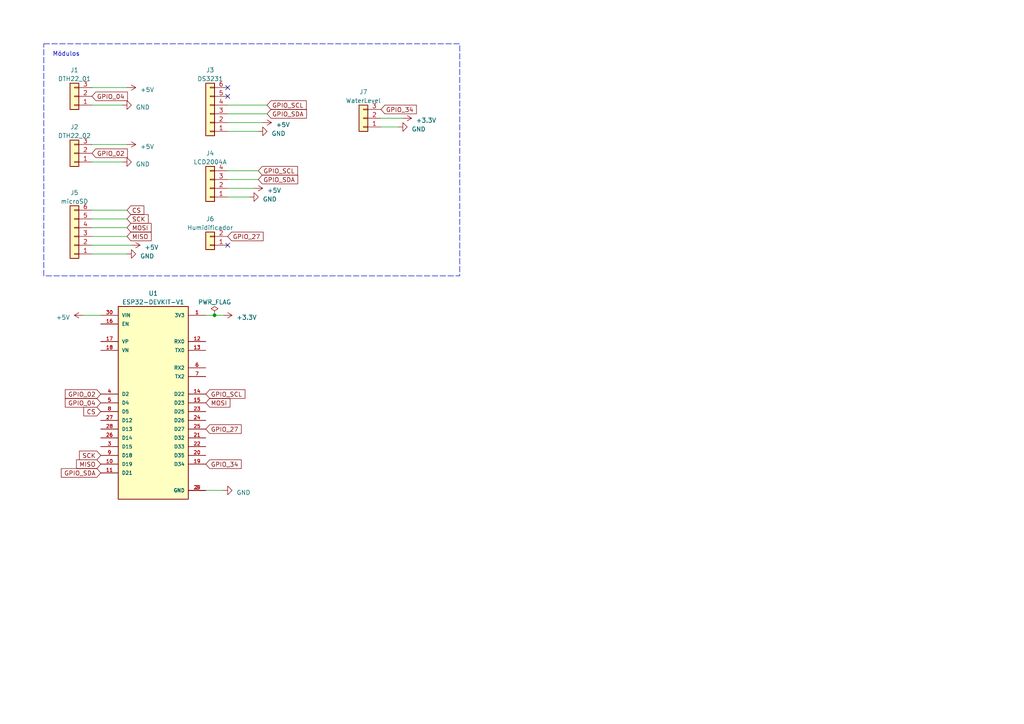
<source format=kicad_sch>
(kicad_sch (version 20230121) (generator eeschema)
  (paper "A4")
  (lib_symbols
    (symbol "Connector_Generic:Conn_01x02" (pin_names (offset 1.016) hide)
      (property "Reference" "J" (at 0 2.54 0))
      (property "Value" "Conn_01x02" (at 0 -5.08 0))
      (symbol "Conn_01x02_1_1"
        (rectangle (start -1.27 -2.413) (end 0 -2.667) (stroke (width 0.1524)))
        (rectangle (start -1.27 0.127) (end 0 -0.127) (stroke (width 0.1524)))
        (rectangle (start -1.27 1.27) (end 1.27 -3.81) (stroke (width 0.254)) (fill (type background)))
        (pin passive line (at -5.08 0 0) (length 3.81) (name "Pin_1") (number "1"))
        (pin passive line (at -5.08 -2.54 0) (length 3.81) (name "Pin_2") (number "2"))
      )
    )
    (symbol "Connector_Generic:Conn_01x03" (pin_names (offset 1.016) hide)
      (property "Reference" "J" (at 0 5.08 0))
      (property "Value" "Conn_01x03" (at 0 -5.08 0))
      (symbol "Conn_01x03_1_1"
        (rectangle (start -1.27 -2.413) (end 0 -2.667) (stroke (width 0.1524)))
        (rectangle (start -1.27 0.127) (end 0 -0.127) (stroke (width 0.1524)))
        (rectangle (start -1.27 2.667) (end 0 2.413) (stroke (width 0.1524)))
        (rectangle (start -1.27 3.81) (end 1.27 -3.81) (stroke (width 0.254)) (fill (type background)))
        (pin passive line (at -5.08 2.54 0) (length 3.81) (name "Pin_1") (number "1"))
        (pin passive line (at -5.08 0 0) (length 3.81) (name "Pin_2") (number "2"))
        (pin passive line (at -5.08 -2.54 0) (length 3.81) (name "Pin_3") (number "3"))
      )
    )
    (symbol "Connector_Generic:Conn_01x04" (pin_names (offset 1.016) hide)
      (property "Reference" "J" (at 0 5.08 0))
      (property "Value" "Conn_01x04" (at 0 -7.62 0))
      (symbol "Conn_01x04_1_1"
        (rectangle (start -1.27 -4.953) (end 0 -5.207) (stroke (width 0.1524)))
        (rectangle (start -1.27 -2.413) (end 0 -2.667) (stroke (width 0.1524)))
        (rectangle (start -1.27 0.127) (end 0 -0.127) (stroke (width 0.1524)))
        (rectangle (start -1.27 2.667) (end 0 2.413) (stroke (width 0.1524)))
        (rectangle (start -1.27 3.81) (end 1.27 -6.35) (stroke (width 0.254)) (fill (type background)))
        (pin passive line (at -5.08 2.54 0) (length 3.81) (name "Pin_1") (number "1"))
        (pin passive line (at -5.08 0 0) (length 3.81) (name "Pin_2") (number "2"))
        (pin passive line (at -5.08 -2.54 0) (length 3.81) (name "Pin_3") (number "3"))
        (pin passive line (at -5.08 -5.08 0) (length 3.81) (name "Pin_4") (number "4"))
      )
    )
    (symbol "Connector_Generic:Conn_01x06" (pin_names (offset 1.016) hide)
      (property "Reference" "J" (at 0 7.62 0))
      (property "Value" "Conn_01x06" (at 0 -10.16 0))
      (symbol "Conn_01x06_1_1"
        (rectangle (start -1.27 -7.493) (end 0 -7.747) (stroke (width 0.1524)))
        (rectangle (start -1.27 -4.953) (end 0 -5.207) (stroke (width 0.1524)))
        (rectangle (start -1.27 -2.413) (end 0 -2.667) (stroke (width 0.1524)))
        (rectangle (start -1.27 0.127) (end 0 -0.127) (stroke (width 0.1524)))
        (rectangle (start -1.27 2.667) (end 0 2.413) (stroke (width 0.1524)))
        (rectangle (start -1.27 5.207) (end 0 4.953) (stroke (width 0.1524)))
        (rectangle (start -1.27 6.35) (end 1.27 -8.89) (stroke (width 0.254)) (fill (type background)))
        (pin passive line (at -5.08 5.08 0) (length 3.81) (name "Pin_1") (number "1"))
        (pin passive line (at -5.08 2.54 0) (length 3.81) (name "Pin_2") (number "2"))
        (pin passive line (at -5.08 0 0) (length 3.81) (name "Pin_3") (number "3"))
        (pin passive line (at -5.08 -2.54 0) (length 3.81) (name "Pin_4") (number "4"))
        (pin passive line (at -5.08 -5.08 0) (length 3.81) (name "Pin_5") (number "5"))
        (pin passive line (at -5.08 -7.62 0) (length 3.81) (name "Pin_6") (number "6"))
      )
    )
    (symbol "Custom:ESP32-DEVKIT-V1" (pin_names (offset 1.016))
      (property "Reference" "U" (at -10.16 30.48 0))
      (property "Value" "ESP32-DEVKIT-V1" (at -10.16 -30.48 0))
      (symbol "ESP32-DEVKIT-V1_0_0"
        (rectangle (start -10.16 -27.94) (end 10.16 27.94) (stroke (width 0.254)) (fill (type background)))
        (pin output line (at 15.24 25.4 180) (length 5.08) (name "3V3") (number "1"))
        (pin bidirectional line (at -15.24 -17.78 0) (length 5.08) (name "D19") (number "10"))
        (pin bidirectional line (at -15.24 -20.32 0) (length 5.08) (name "D21") (number "11"))
        (pin input line (at 15.24 17.78 180) (length 5.08) (name "RX0") (number "12"))
        (pin output line (at 15.24 15.24 180) (length 5.08) (name "TX0") (number "13"))
        (pin bidirectional line (at 15.24 2.54 180) (length 5.08) (name "D22") (number "14"))
        (pin bidirectional line (at 15.24 0 180) (length 5.08) (name "D23") (number "15"))
        (pin input line (at -15.24 22.86 0) (length 5.08) (name "EN") (number "16"))
        (pin bidirectional line (at -15.24 17.78 0) (length 5.08) (name "VP") (number "17"))
        (pin bidirectional line (at -15.24 15.24 0) (length 5.08) (name "VN") (number "18"))
        (pin bidirectional line (at 15.24 -17.78 180) (length 5.08) (name "D34") (number "19"))
        (pin power_in line (at 15.24 -25.4 180) (length 5.08) (name "GND") (number "2"))
        (pin bidirectional line (at 15.24 -15.24 180) (length 5.08) (name "D35") (number "20"))
        (pin bidirectional line (at 15.24 -10.16 180) (length 5.08) (name "D32") (number "21"))
        (pin bidirectional line (at 15.24 -12.7 180) (length 5.08) (name "D33") (number "22"))
        (pin bidirectional line (at 15.24 -2.54 180) (length 5.08) (name "D25") (number "23"))
        (pin bidirectional line (at 15.24 -5.08 180) (length 5.08) (name "D26") (number "24"))
        (pin bidirectional line (at 15.24 -7.62 180) (length 5.08) (name "D27") (number "25"))
        (pin bidirectional line (at -15.24 -10.16 0) (length 5.08) (name "D14") (number "26"))
        (pin bidirectional line (at -15.24 -5.08 0) (length 5.08) (name "D12") (number "27"))
        (pin bidirectional line (at -15.24 -7.62 0) (length 5.08) (name "D13") (number "28"))
        (pin power_in line (at 15.24 -25.4 180) (length 5.08) (name "GND") (number "29"))
        (pin bidirectional line (at -15.24 -12.7 0) (length 5.08) (name "D15") (number "3"))
        (pin input line (at -15.24 25.4 0) (length 5.08) (name "VIN") (number "30"))
        (pin bidirectional line (at -15.24 2.54 0) (length 5.08) (name "D2") (number "4"))
        (pin bidirectional line (at -15.24 0 0) (length 5.08) (name "D4") (number "5"))
        (pin input line (at 15.24 10.16 180) (length 5.08) (name "RX2") (number "6"))
        (pin output line (at 15.24 7.62 180) (length 5.08) (name "TX2") (number "7"))
        (pin bidirectional line (at -15.24 -2.54 0) (length 5.08) (name "D5") (number "8"))
        (pin bidirectional line (at -15.24 -15.24 0) (length 5.08) (name "D18") (number "9"))
      )
    )
    (symbol "power:+3.3V" (power) (pin_names (offset 0))
      (property "Value" "+3.3V" (at 0 3.556 0))
      (symbol "+3.3V_0_1"
        (polyline (pts (xy -0.762 1.27) (xy 0 2.54)))
        (polyline (pts (xy 0 0) (xy 0 2.54)))
        (polyline (pts (xy 0 2.54) (xy 0.762 1.27)))
      )
      (symbol "+3.3V_1_1"
        (pin power_in line (at 0 0 90) (length 0) hide (name "+3.3V") (number "1"))
      )
    )
    (symbol "power:+5V" (power) (pin_names (offset 0))
      (property "Value" "+5V" (at 0 3.556 0))
      (symbol "+5V_0_1"
        (polyline (pts (xy -0.762 1.27) (xy 0 2.54)))
        (polyline (pts (xy 0 0) (xy 0 2.54)))
        (polyline (pts (xy 0 2.54) (xy 0.762 1.27)))
      )
      (symbol "+5V_1_1"
        (pin power_in line (at 0 0 90) (length 0) hide (name "+5V") (number "1"))
      )
    )
    (symbol "power:GND" (power) (pin_names (offset 0))
      (property "Value" "GND" (at 0 -3.81 0))
      (symbol "GND_0_1"
        (polyline (pts (xy 0 0) (xy 0 -1.27) (xy 1.27 -1.27) (xy 0 -2.54) (xy -1.27 -1.27) (xy 0 -1.27)))
      )
      (symbol "GND_1_1"
        (pin power_in line (at 0 0 270) (length 0) hide (name "GND") (number "1"))
      )
    )
    (symbol "power:PWR_FLAG" (power) (pin_numbers hide) (pin_names (offset 0) hide)
      (property "Value" "PWR_FLAG" (at 0 3.81 0))
      (symbol "PWR_FLAG_0_0"
        (pin power_out line (at 0 0 90) (length 0) (name "pwr") (number "1"))
      )
      (symbol "PWR_FLAG_0_1"
        (polyline (pts (xy 0 0) (xy 0 1.27) (xy -1.016 1.905) (xy 0 2.54) (xy 1.016 1.905) (xy 0 1.27)))
      )
    )
  )
  (junction (at 62.23 91.44))
  (no_connect (at 66.04 71.12))
  (no_connect (at 66.04 27.94))
  (no_connect (at 66.04 25.4))
  (wire (pts (xy 66.04 30.48) (xy 77.47 30.48)))
  (wire (pts (xy 66.04 52.07) (xy 74.93 52.07)))
  (wire (pts (xy 26.67 60.96) (xy 36.83 60.96)))
  (wire (pts (xy 110.49 36.83) (xy 115.57 36.83)))
  (wire (pts (xy 66.04 49.53) (xy 74.93 49.53)))
  (wire (pts (xy 62.23 91.44) (xy 64.77 91.44)))
  (wire (pts (xy 26.67 41.91) (xy 36.83 41.91)))
  (wire (pts (xy 66.04 38.1) (xy 74.93 38.1)))
  (wire (pts (xy 66.04 57.15) (xy 72.39 57.15)))
  (wire (pts (xy 26.67 46.99) (xy 35.56 46.99)))
  (wire (pts (xy 26.67 68.58) (xy 36.83 68.58)))
  (wire (pts (xy 26.67 73.66) (xy 36.83 73.66)))
  (wire (pts (xy 26.67 30.48) (xy 35.56 30.48)))
  (wire (pts (xy 59.69 91.44) (xy 62.23 91.44)))
  (wire (pts (xy 66.04 54.61) (xy 73.66 54.61)))
  (wire (pts (xy 24.13 91.44) (xy 29.21 91.44)))
  (wire (pts (xy 66.04 35.56) (xy 76.2 35.56)))
  (wire (pts (xy 110.49 34.29) (xy 116.84 34.29)))
  (wire (pts (xy 26.67 66.04) (xy 36.83 66.04)))
  (wire (pts (xy 66.04 33.02) (xy 77.47 33.02)))
  (wire (pts (xy 26.67 71.12) (xy 38.1 71.12)))
  (wire (pts (xy 26.67 63.5) (xy 36.83 63.5)))
  (wire (pts (xy 26.67 25.4) (xy 36.83 25.4)))
  (wire (pts (xy 59.69 142.24) (xy 64.77 142.24)))
  (rectangle (start 12.7 12.7) (end 133.35 80.01) (stroke (width 0) (type dash)))
  (text "Módulos" (at 15.24 16.51 0) (effects (font (size 1.27 1.27)) (justify left bottom)))
  (global_label "MISO" (shape input) (at 36.83 68.58 0) (property "Intersheetrefs" "${INTERSHEET_REFS}" (effects hide)))
  (global_label "GPIO_SDA" (shape input) (at 77.47 33.02 0) (property "Intersheetrefs" "${INTERSHEET_REFS}" (effects hide)))
  (global_label "GPIO_04" (shape input) (at 26.67 27.94 0) (property "Intersheetrefs" "${INTERSHEET_REFS}" (effects hide)))
  (global_label "MOSI" (shape input) (at 36.83 66.04 0) (property "Intersheetrefs" "${INTERSHEET_REFS}" (effects hide)))
  (global_label "MISO" (shape input) (at 29.21 134.62 180) (property "Intersheetrefs" "${INTERSHEET_REFS}" (effects hide)))
  (global_label "CS" (shape input) (at 29.21 119.38 180) (property "Intersheetrefs" "${INTERSHEET_REFS}" (effects hide)))
  (global_label "GPIO_02" (shape input) (at 26.67 44.45 0) (property "Intersheetrefs" "${INTERSHEET_REFS}" (effects hide)))
  (global_label "MOSI" (shape input) (at 59.69 116.84 0) (property "Intersheetrefs" "${INTERSHEET_REFS}" (effects hide)))
  (global_label "GPIO_27" (shape input) (at 66.04 68.58 0) (property "Intersheetrefs" "${INTERSHEET_REFS}" (effects hide)))
  (global_label "GPIO_SDA" (shape input) (at 74.93 52.07 0) (property "Intersheetrefs" "${INTERSHEET_REFS}" (effects hide)))
  (global_label "GPIO_SCL" (shape input) (at 74.93 49.53 0) (property "Intersheetrefs" "${INTERSHEET_REFS}" (effects hide)))
  (global_label "GPIO_SCL" (shape input) (at 77.47 30.48 0) (property "Intersheetrefs" "${INTERSHEET_REFS}" (effects hide)))
  (global_label "SCK" (shape input) (at 29.21 132.08 180) (property "Intersheetrefs" "${INTERSHEET_REFS}" (effects hide)))
  (global_label "GPIO_34" (shape input) (at 59.69 134.62 0) (property "Intersheetrefs" "${INTERSHEET_REFS}" (effects hide)))
  (global_label "CS" (shape input) (at 36.83 60.96 0) (property "Intersheetrefs" "${INTERSHEET_REFS}" (effects hide)))
  (global_label "SCK" (shape input) (at 36.83 63.5 0) (property "Intersheetrefs" "${INTERSHEET_REFS}" (effects hide)))
  (global_label "GPIO_34" (shape input) (at 110.49 31.75 0) (property "Intersheetrefs" "${INTERSHEET_REFS}" (effects hide)))
  (global_label "GPIO_SDA" (shape input) (at 29.21 137.16 180) (property "Intersheetrefs" "${INTERSHEET_REFS}" (effects hide)))
  (global_label "GPIO_02" (shape input) (at 29.21 114.3 180) (property "Intersheetrefs" "${INTERSHEET_REFS}" (effects hide)))
  (global_label "GPIO_04" (shape input) (at 29.21 116.84 180) (property "Intersheetrefs" "${INTERSHEET_REFS}" (effects hide)))
  (global_label "GPIO_27" (shape input) (at 59.69 124.46 0) (property "Intersheetrefs" "${INTERSHEET_REFS}" (effects hide)))
  (global_label "GPIO_SCL" (shape input) (at 59.69 114.3 0) (property "Intersheetrefs" "${INTERSHEET_REFS}" (effects hide)))
  (symbol (lib_id "power:+3.3V") (at 116.84 34.29 270) (unit 1)
    (property "Reference" "#PWR015" (effects hide))
    (property "Value" "+3.3V" (at 120.65 34.925 90) (effects (justify left)))
  )
  (symbol (lib_id "power:+5V") (at 73.66 54.61 270) (unit 1)
    (property "Reference" "#PWR08" (effects hide))
    (property "Value" "+5V" (at 77.47 55.245 90) (effects (justify left)))
  )
  (symbol (lib_id "power:+5V") (at 36.83 41.91 270) (unit 1)
    (property "Reference" "#PWR04" (effects hide))
    (property "Value" "+5V" (at 40.64 42.545 90) (effects (justify left)))
  )
  (symbol (lib_id "power:+5V") (at 38.1 71.12 270) (unit 1)
    (property "Reference" "#PWR013" (effects hide))
    (property "Value" "+5V" (at 41.91 71.755 90) (effects (justify left)))
  )
  (symbol (lib_id "power:GND") (at 64.77 142.24 90) (unit 1)
    (property "Reference" "#PWR011" (effects hide))
    (property "Value" "GND" (at 68.58 142.875 90) (effects (justify right)))
  )
  (symbol (lib_id "Connector_Generic:Conn_01x03") (at 105.41 34.29 180) (unit 1)
    (property "Reference" "J7" (at 105.41 26.67 0))
    (property "Value" "WaterLevel" (at 105.41 29.21 0))
    (property "Footprint" "Connector_PinSocket_2.54mm:PinSocket_1x03_P2.54mm_Vertical" (effects hide))
  )
  (symbol (lib_id "power:GND") (at 74.93 38.1 90) (unit 1)
    (property "Reference" "#PWR05" (effects hide))
    (property "Value" "GND" (at 78.74 38.735 90) (effects (justify right)))
  )
  (symbol (lib_id "power:+3.3V") (at 64.77 91.44 270) (unit 1)
    (property "Reference" "#PWR09" (effects hide))
    (property "Value" "+3.3V" (at 68.58 92.075 90) (effects (justify left)))
  )
  (symbol (lib_id "power:GND") (at 35.56 46.99 90) (unit 1)
    (property "Reference" "#PWR02" (effects hide))
    (property "Value" "GND" (at 39.37 47.625 90) (effects (justify right)))
  )
  (symbol (lib_id "power:GND") (at 115.57 36.83 90) (unit 1)
    (property "Reference" "#PWR014" (effects hide))
    (property "Value" "GND" (at 119.38 37.465 90) (effects (justify right)))
  )
  (symbol (lib_id "Connector_Generic:Conn_01x02") (at 60.96 71.12 180) (unit 1)
    (property "Reference" "J6" (at 60.96 63.5 0))
    (property "Value" "Humidificador" (at 60.96 66.04 0))
    (property "Footprint" "Connector_PinSocket_2.54mm:PinSocket_1x02_P2.54mm_Vertical" (effects hide))
  )
  (symbol (lib_id "Connector_Generic:Conn_01x06") (at 21.59 68.58 180) (unit 1)
    (property "Reference" "J5" (at 21.59 55.88 0))
    (property "Value" "microSD" (at 21.59 58.42 0))
    (property "Footprint" "Connector_PinSocket_2.54mm:PinSocket_1x06_P2.54mm_Vertical" (effects hide))
  )
  (symbol (lib_id "power:GND") (at 36.83 73.66 90) (unit 1)
    (property "Reference" "#PWR012" (effects hide))
    (property "Value" "GND" (at 40.64 74.295 90) (effects (justify right)))
  )
  (symbol (lib_id "Connector_Generic:Conn_01x03") (at 21.59 44.45 180) (unit 1)
    (property "Reference" "J2" (at 21.59 36.83 0))
    (property "Value" "DTH22_02" (at 21.59 39.37 0))
    (property "Footprint" "Connector_PinSocket_2.54mm:PinSocket_1x03_P2.54mm_Vertical" (effects hide))
  )
  (symbol (lib_id "power:PWR_FLAG") (at 62.23 91.44 0) (unit 1)
    (property "Reference" "#FLG01" (effects hide))
    (property "Value" "PWR_FLAG" (at 62.23 87.63 0))
  )
  (symbol (lib_id "power:+5V") (at 24.13 91.44 90) (unit 1)
    (property "Reference" "#PWR010" (effects hide))
    (property "Value" "+5V" (at 20.32 92.075 90) (effects (justify left)))
  )
  (symbol (lib_id "Connector_Generic:Conn_01x06") (at 60.96 33.02 180) (unit 1)
    (property "Reference" "J3" (at 60.96 20.32 0))
    (property "Value" "DS3231" (at 60.96 22.86 0))
    (property "Footprint" "Connector_PinSocket_2.54mm:PinSocket_1x06_P2.54mm_Vertical" (effects hide))
  )
  (symbol (lib_id "Custom:ESP32-DEVKIT-V1") (at 44.45 116.84 0) (unit 1)
    (property "Reference" "U1" (at 44.45 85.09 0))
    (property "Value" "ESP32-DEVKIT-V1" (at 44.45 87.63 0))
    (property "Footprint" "MODULE_ESP32_DEVKIT_V1" (effects hide))
    (property "PARTREV" "N/A" (effects hide))
    (property "STANDARD" "Manufacturer Recommendations" (effects hide))
    (property "MAXIMUM_PACKAGE_HEIGHT" "6.8 mm" (effects hide))
    (property "MANUFACTURER" "DOIT" (effects hide))
  )
  (symbol (lib_id "Connector_Generic:Conn_01x04") (at 60.96 54.61 180) (unit 1)
    (property "Reference" "J4" (at 60.96 44.45 0))
    (property "Value" "LCD2004A" (at 60.96 46.99 0))
    (property "Footprint" "Connector_PinSocket_2.54mm:PinSocket_1x04_P2.54mm_Vertical" (effects hide))
  )
  (symbol (lib_id "power:GND") (at 72.39 57.15 90) (unit 1)
    (property "Reference" "#PWR07" (effects hide))
    (property "Value" "GND" (at 76.2 57.785 90) (effects (justify right)))
  )
  (symbol (lib_id "power:+5V") (at 36.83 25.4 270) (unit 1)
    (property "Reference" "#PWR03" (effects hide))
    (property "Value" "+5V" (at 40.64 26.035 90) (effects (justify left)))
  )
  (symbol (lib_id "power:GND") (at 35.56 30.48 90) (unit 1)
    (property "Reference" "#PWR01" (effects hide))
    (property "Value" "GND" (at 39.37 31.115 90) (effects (justify right)))
  )
  (symbol (lib_id "power:+5V") (at 76.2 35.56 270) (unit 1)
    (property "Reference" "#PWR06" (effects hide))
    (property "Value" "+5V" (at 80.01 36.195 90) (effects (justify left)))
  )
  (symbol (lib_id "Connector_Generic:Conn_01x03") (at 21.59 27.94 180) (unit 1)
    (property "Reference" "J1" (at 21.59 20.32 0))
    (property "Value" "DTH22_01" (at 21.59 22.86 0))
    (property "Footprint" "Connector_PinSocket_2.54mm:PinSocket_1x03_P2.54mm_Vertical" (effects hide))
  )
)
</source>
